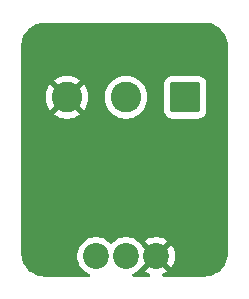
<source format=gbr>
%TF.GenerationSoftware,KiCad,Pcbnew,9.0.0*%
%TF.CreationDate,2025-03-24T14:35:23-05:00*%
%TF.ProjectId,DIIN-proyecto,4449494e-2d70-4726-9f79-6563746f2e6b,rev?*%
%TF.SameCoordinates,Original*%
%TF.FileFunction,Copper,L2,Bot*%
%TF.FilePolarity,Positive*%
%FSLAX46Y46*%
G04 Gerber Fmt 4.6, Leading zero omitted, Abs format (unit mm)*
G04 Created by KiCad (PCBNEW 9.0.0) date 2025-03-24 14:35:23*
%MOMM*%
%LPD*%
G01*
G04 APERTURE LIST*
G04 Aperture macros list*
%AMRoundRect*
0 Rectangle with rounded corners*
0 $1 Rounding radius*
0 $2 $3 $4 $5 $6 $7 $8 $9 X,Y pos of 4 corners*
0 Add a 4 corners polygon primitive as box body*
4,1,4,$2,$3,$4,$5,$6,$7,$8,$9,$2,$3,0*
0 Add four circle primitives for the rounded corners*
1,1,$1+$1,$2,$3*
1,1,$1+$1,$4,$5*
1,1,$1+$1,$6,$7*
1,1,$1+$1,$8,$9*
0 Add four rect primitives between the rounded corners*
20,1,$1+$1,$2,$3,$4,$5,0*
20,1,$1+$1,$4,$5,$6,$7,0*
20,1,$1+$1,$6,$7,$8,$9,0*
20,1,$1+$1,$8,$9,$2,$3,0*%
G04 Aperture macros list end*
%TA.AperFunction,ComponentPad*%
%ADD10C,2.200000*%
%TD*%
%TA.AperFunction,ComponentPad*%
%ADD11RoundRect,0.250000X1.050000X1.050000X-1.050000X1.050000X-1.050000X-1.050000X1.050000X-1.050000X0*%
%TD*%
%TA.AperFunction,ComponentPad*%
%ADD12C,2.600000*%
%TD*%
G04 APERTURE END LIST*
D10*
%TO.P,U7,1,VDD*%
%TO.N,+3.3V*%
X96375000Y-58760500D03*
%TO.P,U7,2,DATA*%
%TO.N,DHT*%
X93835000Y-58760500D03*
%TO.P,U7,4,GND*%
%TO.N,GND*%
X98915000Y-58760500D03*
%TD*%
D11*
%TO.P,J11,1,Pin_1*%
%TO.N,+3.3V*%
X101375000Y-45327500D03*
D12*
%TO.P,J11,2,Pin_2*%
%TO.N,DHT*%
X96375000Y-45327500D03*
%TO.P,J11,3,Pin_3*%
%TO.N,GND*%
X91375000Y-45327500D03*
%TD*%
%TA.AperFunction,Conductor*%
%TO.N,GND*%
G36*
X103004043Y-39000765D02*
G01*
X103252895Y-39017075D01*
X103268953Y-39019190D01*
X103476105Y-39060395D01*
X103509535Y-39067045D01*
X103525202Y-39071243D01*
X103694947Y-39128863D01*
X103757481Y-39150091D01*
X103772458Y-39156294D01*
X103981799Y-39259529D01*
X103992460Y-39264787D01*
X104006508Y-39272897D01*
X104210464Y-39409177D01*
X104223328Y-39419048D01*
X104407749Y-39580781D01*
X104419218Y-39592250D01*
X104580951Y-39776671D01*
X104590825Y-39789539D01*
X104727102Y-39993492D01*
X104735212Y-40007539D01*
X104843702Y-40227534D01*
X104849909Y-40242520D01*
X104928756Y-40474797D01*
X104932954Y-40490464D01*
X104980807Y-40731035D01*
X104982925Y-40747116D01*
X104999235Y-40995956D01*
X104999500Y-41004066D01*
X104999500Y-58495933D01*
X104999235Y-58504043D01*
X104982925Y-58752883D01*
X104980807Y-58768964D01*
X104932954Y-59009535D01*
X104928756Y-59025202D01*
X104849909Y-59257479D01*
X104843702Y-59272465D01*
X104735212Y-59492460D01*
X104727102Y-59506507D01*
X104590825Y-59710460D01*
X104580951Y-59723328D01*
X104419218Y-59907749D01*
X104407749Y-59919218D01*
X104223328Y-60080951D01*
X104210460Y-60090825D01*
X104006507Y-60227102D01*
X103992460Y-60235212D01*
X103772465Y-60343702D01*
X103757479Y-60349909D01*
X103525202Y-60428756D01*
X103509535Y-60432954D01*
X103268964Y-60480807D01*
X103252883Y-60482925D01*
X103004043Y-60499235D01*
X102995933Y-60499500D01*
X99523527Y-60499500D01*
X99456488Y-60479815D01*
X99410733Y-60427011D01*
X99400789Y-60357853D01*
X99429814Y-60294297D01*
X99485209Y-60257569D01*
X99529184Y-60243280D01*
X99753575Y-60128946D01*
X99753581Y-60128942D01*
X99855697Y-60054750D01*
X99855698Y-60054750D01*
X99085234Y-59284287D01*
X99127292Y-59273018D01*
X99252708Y-59200610D01*
X99355110Y-59098208D01*
X99427518Y-58972792D01*
X99438787Y-58930735D01*
X100209250Y-59701198D01*
X100209250Y-59701197D01*
X100283442Y-59599081D01*
X100283446Y-59599075D01*
X100397780Y-59374684D01*
X100475602Y-59135169D01*
X100515000Y-58886428D01*
X100515000Y-58634571D01*
X100475602Y-58385830D01*
X100397780Y-58146315D01*
X100283442Y-57921916D01*
X100209250Y-57819801D01*
X100209250Y-57819800D01*
X99438787Y-58590264D01*
X99427518Y-58548208D01*
X99355110Y-58422792D01*
X99252708Y-58320390D01*
X99127292Y-58247982D01*
X99085232Y-58236712D01*
X99855698Y-57466248D01*
X99753583Y-57392057D01*
X99529184Y-57277719D01*
X99289669Y-57199897D01*
X99040928Y-57160500D01*
X98789072Y-57160500D01*
X98540330Y-57199897D01*
X98300815Y-57277719D01*
X98076413Y-57392059D01*
X97974301Y-57466247D01*
X97974300Y-57466248D01*
X98744765Y-58236712D01*
X98702708Y-58247982D01*
X98577292Y-58320390D01*
X98474890Y-58422792D01*
X98402482Y-58548208D01*
X98391212Y-58590265D01*
X97779852Y-57978905D01*
X97757048Y-57947518D01*
X97743869Y-57921653D01*
X97595798Y-57717850D01*
X97595794Y-57717845D01*
X97417654Y-57539705D01*
X97417649Y-57539701D01*
X97213848Y-57391632D01*
X97213847Y-57391631D01*
X97213845Y-57391630D01*
X97143747Y-57355913D01*
X96989383Y-57277260D01*
X96749785Y-57199410D01*
X96500962Y-57160000D01*
X96249038Y-57160000D01*
X96124626Y-57179705D01*
X96000214Y-57199410D01*
X95760616Y-57277260D01*
X95536151Y-57391632D01*
X95332350Y-57539701D01*
X95332345Y-57539705D01*
X95192681Y-57679370D01*
X95131358Y-57712855D01*
X95061666Y-57707871D01*
X95017319Y-57679370D01*
X94877654Y-57539705D01*
X94877649Y-57539701D01*
X94673848Y-57391632D01*
X94673847Y-57391631D01*
X94673845Y-57391630D01*
X94603747Y-57355913D01*
X94449383Y-57277260D01*
X94209785Y-57199410D01*
X93960962Y-57160000D01*
X93709038Y-57160000D01*
X93584626Y-57179705D01*
X93460214Y-57199410D01*
X93220616Y-57277260D01*
X92996151Y-57391632D01*
X92792350Y-57539701D01*
X92792345Y-57539705D01*
X92614205Y-57717845D01*
X92614201Y-57717850D01*
X92466132Y-57921651D01*
X92351760Y-58146116D01*
X92273910Y-58385714D01*
X92248173Y-58548208D01*
X92234500Y-58634538D01*
X92234500Y-58886462D01*
X92253993Y-59009535D01*
X92273910Y-59135285D01*
X92351760Y-59374883D01*
X92411669Y-59492460D01*
X92465995Y-59599081D01*
X92466132Y-59599348D01*
X92614201Y-59803149D01*
X92614205Y-59803154D01*
X92792345Y-59981294D01*
X92792350Y-59981298D01*
X92893449Y-60054750D01*
X92996155Y-60129370D01*
X93220621Y-60243741D01*
X93263180Y-60257569D01*
X93320856Y-60297007D01*
X93348054Y-60361365D01*
X93336139Y-60430212D01*
X93288895Y-60481687D01*
X93224862Y-60499500D01*
X89504067Y-60499500D01*
X89495957Y-60499235D01*
X89247116Y-60482925D01*
X89231035Y-60480807D01*
X88990464Y-60432954D01*
X88974797Y-60428756D01*
X88742520Y-60349909D01*
X88727534Y-60343702D01*
X88507539Y-60235212D01*
X88493492Y-60227102D01*
X88289539Y-60090825D01*
X88276671Y-60080951D01*
X88092250Y-59919218D01*
X88080781Y-59907749D01*
X87989049Y-59803149D01*
X87919045Y-59723325D01*
X87909174Y-59710460D01*
X87902985Y-59701198D01*
X87772897Y-59506507D01*
X87764787Y-59492460D01*
X87656570Y-59273018D01*
X87656294Y-59272458D01*
X87650090Y-59257479D01*
X87571243Y-59025202D01*
X87567045Y-59009535D01*
X87542564Y-58886461D01*
X87519190Y-58768953D01*
X87517075Y-58752895D01*
X87500765Y-58504043D01*
X87500500Y-58495933D01*
X87500500Y-45209514D01*
X89575000Y-45209514D01*
X89575000Y-45445485D01*
X89605799Y-45679414D01*
X89666870Y-45907337D01*
X89757160Y-46125319D01*
X89757165Y-46125328D01*
X89875144Y-46329671D01*
X89875145Y-46329672D01*
X89937721Y-46411223D01*
X90773958Y-45574987D01*
X90798978Y-45635390D01*
X90870112Y-45741851D01*
X90960649Y-45832388D01*
X91067110Y-45903522D01*
X91127511Y-45928541D01*
X90291275Y-46764777D01*
X90372827Y-46827354D01*
X90372828Y-46827355D01*
X90577171Y-46945334D01*
X90577180Y-46945339D01*
X90795163Y-47035629D01*
X90795161Y-47035629D01*
X91023085Y-47096700D01*
X91257014Y-47127499D01*
X91257029Y-47127500D01*
X91492971Y-47127500D01*
X91492985Y-47127499D01*
X91726914Y-47096700D01*
X91954837Y-47035629D01*
X92172819Y-46945339D01*
X92172828Y-46945334D01*
X92377181Y-46827350D01*
X92458723Y-46764779D01*
X92458723Y-46764776D01*
X91622487Y-45928541D01*
X91682890Y-45903522D01*
X91789351Y-45832388D01*
X91879888Y-45741851D01*
X91951022Y-45635390D01*
X91976041Y-45574988D01*
X92812276Y-46411223D01*
X92812279Y-46411223D01*
X92874850Y-46329681D01*
X92992834Y-46125328D01*
X92992839Y-46125319D01*
X93083129Y-45907337D01*
X93144200Y-45679414D01*
X93174999Y-45445485D01*
X93175000Y-45445471D01*
X93175000Y-45209521D01*
X93174997Y-45209495D01*
X94574500Y-45209495D01*
X94574500Y-45445504D01*
X94574501Y-45445520D01*
X94605306Y-45679510D01*
X94666394Y-45907493D01*
X94756714Y-46125545D01*
X94756719Y-46125556D01*
X94827677Y-46248457D01*
X94874727Y-46329950D01*
X94874729Y-46329953D01*
X94874730Y-46329954D01*
X95018406Y-46517197D01*
X95018412Y-46517204D01*
X95185295Y-46684087D01*
X95185302Y-46684093D01*
X95295306Y-46768501D01*
X95372550Y-46827773D01*
X95503918Y-46903618D01*
X95576943Y-46945780D01*
X95576948Y-46945782D01*
X95576951Y-46945784D01*
X95795007Y-47036106D01*
X96022986Y-47097193D01*
X96256989Y-47128000D01*
X96256996Y-47128000D01*
X96493004Y-47128000D01*
X96493011Y-47128000D01*
X96727014Y-47097193D01*
X96954993Y-47036106D01*
X97173049Y-46945784D01*
X97377450Y-46827773D01*
X97564699Y-46684092D01*
X97731592Y-46517199D01*
X97875273Y-46329950D01*
X97993284Y-46125549D01*
X98083606Y-45907493D01*
X98144693Y-45679514D01*
X98175500Y-45445511D01*
X98175500Y-45209489D01*
X98144693Y-44975486D01*
X98083606Y-44747507D01*
X97993284Y-44529451D01*
X97993282Y-44529448D01*
X97993280Y-44529443D01*
X97937510Y-44432848D01*
X97875273Y-44325050D01*
X97800414Y-44227492D01*
X97800407Y-44227483D01*
X99574500Y-44227483D01*
X99574500Y-46427501D01*
X99574501Y-46427518D01*
X99585000Y-46530296D01*
X99585001Y-46530299D01*
X99635962Y-46684087D01*
X99640186Y-46696834D01*
X99732288Y-46846156D01*
X99856344Y-46970212D01*
X100005666Y-47062314D01*
X100172203Y-47117499D01*
X100274991Y-47128000D01*
X102475008Y-47127999D01*
X102577797Y-47117499D01*
X102744334Y-47062314D01*
X102893656Y-46970212D01*
X103017712Y-46846156D01*
X103109814Y-46696834D01*
X103164999Y-46530297D01*
X103175500Y-46427509D01*
X103175499Y-44227492D01*
X103164999Y-44124703D01*
X103109814Y-43958166D01*
X103017712Y-43808844D01*
X102893656Y-43684788D01*
X102744334Y-43592686D01*
X102577797Y-43537501D01*
X102577795Y-43537500D01*
X102475010Y-43527000D01*
X100274998Y-43527000D01*
X100274981Y-43527001D01*
X100172203Y-43537500D01*
X100172200Y-43537501D01*
X100005668Y-43592685D01*
X100005663Y-43592687D01*
X99856342Y-43684789D01*
X99732289Y-43808842D01*
X99640187Y-43958163D01*
X99640185Y-43958168D01*
X99635962Y-43970912D01*
X99585001Y-44124703D01*
X99585001Y-44124704D01*
X99585000Y-44124704D01*
X99574500Y-44227483D01*
X97800407Y-44227483D01*
X97731593Y-44137802D01*
X97731587Y-44137795D01*
X97564704Y-43970912D01*
X97564697Y-43970906D01*
X97377454Y-43827230D01*
X97377453Y-43827229D01*
X97377450Y-43827227D01*
X97295957Y-43780177D01*
X97173056Y-43709219D01*
X97173045Y-43709214D01*
X96954993Y-43618894D01*
X96727010Y-43557806D01*
X96493020Y-43527001D01*
X96493017Y-43527000D01*
X96493011Y-43527000D01*
X96256989Y-43527000D01*
X96256983Y-43527000D01*
X96256979Y-43527001D01*
X96022989Y-43557806D01*
X95795006Y-43618894D01*
X95576954Y-43709214D01*
X95576943Y-43709219D01*
X95372545Y-43827230D01*
X95185302Y-43970906D01*
X95185295Y-43970912D01*
X95018412Y-44137795D01*
X95018406Y-44137802D01*
X94874730Y-44325045D01*
X94874727Y-44325049D01*
X94874727Y-44325050D01*
X94867014Y-44338409D01*
X94756719Y-44529443D01*
X94756714Y-44529454D01*
X94666394Y-44747506D01*
X94605306Y-44975489D01*
X94574501Y-45209479D01*
X94574500Y-45209495D01*
X93174997Y-45209495D01*
X93144200Y-44975585D01*
X93083129Y-44747662D01*
X92992839Y-44529680D01*
X92992834Y-44529671D01*
X92874855Y-44325328D01*
X92874854Y-44325327D01*
X92812277Y-44243775D01*
X91976041Y-45080011D01*
X91951022Y-45019610D01*
X91879888Y-44913149D01*
X91789351Y-44822612D01*
X91682890Y-44751478D01*
X91622488Y-44726458D01*
X92458723Y-43890221D01*
X92377172Y-43827645D01*
X92377171Y-43827644D01*
X92172828Y-43709665D01*
X92172819Y-43709660D01*
X91954836Y-43619370D01*
X91954838Y-43619370D01*
X91726914Y-43558299D01*
X91492985Y-43527500D01*
X91257014Y-43527500D01*
X91023085Y-43558299D01*
X90795162Y-43619370D01*
X90577180Y-43709660D01*
X90577171Y-43709665D01*
X90372828Y-43827644D01*
X90372818Y-43827650D01*
X90291275Y-43890220D01*
X90291275Y-43890221D01*
X91127512Y-44726458D01*
X91067110Y-44751478D01*
X90960649Y-44822612D01*
X90870112Y-44913149D01*
X90798978Y-45019610D01*
X90773958Y-45080011D01*
X89937721Y-44243775D01*
X89937720Y-44243775D01*
X89875150Y-44325318D01*
X89875144Y-44325328D01*
X89757165Y-44529671D01*
X89757160Y-44529680D01*
X89666870Y-44747662D01*
X89605799Y-44975585D01*
X89575000Y-45209514D01*
X87500500Y-45209514D01*
X87500500Y-41004066D01*
X87500765Y-40995956D01*
X87504819Y-40934108D01*
X87517075Y-40747102D01*
X87519190Y-40731048D01*
X87567045Y-40490462D01*
X87571243Y-40474797D01*
X87594337Y-40406762D01*
X87650093Y-40242512D01*
X87656291Y-40227547D01*
X87764790Y-40007533D01*
X87772893Y-39993498D01*
X87909182Y-39789527D01*
X87919039Y-39776681D01*
X88080786Y-39592244D01*
X88092244Y-39580786D01*
X88276681Y-39419039D01*
X88289527Y-39409182D01*
X88493498Y-39272893D01*
X88507533Y-39264790D01*
X88727547Y-39156291D01*
X88742512Y-39150093D01*
X88906762Y-39094337D01*
X88974797Y-39071243D01*
X88990464Y-39067045D01*
X89231048Y-39019190D01*
X89247102Y-39017075D01*
X89495957Y-39000765D01*
X89504067Y-39000500D01*
X89565892Y-39000500D01*
X102934108Y-39000500D01*
X102995933Y-39000500D01*
X103004043Y-39000765D01*
G37*
%TD.AperFunction*%
%TA.AperFunction,Conductor*%
G36*
X98402482Y-58972792D02*
G01*
X98474890Y-59098208D01*
X98577292Y-59200610D01*
X98702708Y-59273018D01*
X98744765Y-59284287D01*
X97974300Y-60054750D01*
X98076416Y-60128942D01*
X98300815Y-60243280D01*
X98344791Y-60257569D01*
X98402467Y-60297006D01*
X98429665Y-60361365D01*
X98417750Y-60430211D01*
X98370506Y-60481687D01*
X98306473Y-60499500D01*
X96985138Y-60499500D01*
X96918099Y-60479815D01*
X96872344Y-60427011D01*
X96862400Y-60357853D01*
X96891425Y-60294297D01*
X96946819Y-60257569D01*
X96989379Y-60243741D01*
X97213845Y-60129370D01*
X97417656Y-59981293D01*
X97595793Y-59803156D01*
X97743870Y-59599345D01*
X97757051Y-59573475D01*
X97779851Y-59542094D01*
X98391212Y-58930733D01*
X98402482Y-58972792D01*
G37*
%TD.AperFunction*%
%TD*%
M02*

</source>
